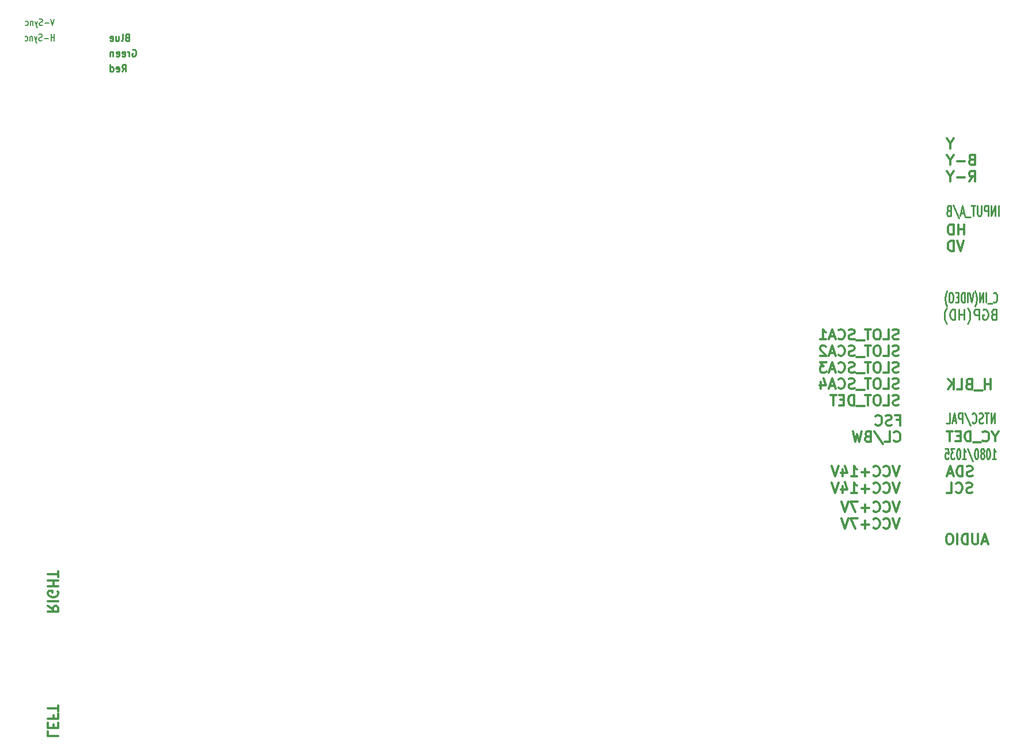
<source format=gbo>
G04 #@! TF.GenerationSoftware,KiCad,Pcbnew,6.0.2+dfsg-1*
G04 #@! TF.CreationDate,2024-08-10T18:00:16+02:00*
G04 #@! TF.ProjectId,rgb-board,7267622d-626f-4617-9264-2e6b69636164,rev?*
G04 #@! TF.SameCoordinates,Original*
G04 #@! TF.FileFunction,Legend,Bot*
G04 #@! TF.FilePolarity,Positive*
%FSLAX46Y46*%
G04 Gerber Fmt 4.6, Leading zero omitted, Abs format (unit mm)*
G04 Created by KiCad (PCBNEW 6.0.2+dfsg-1) date 2024-08-10 18:00:16*
%MOMM*%
%LPD*%
G01*
G04 APERTURE LIST*
%ADD10C,0.225000*%
%ADD11C,0.300000*%
%ADD12C,0.250000*%
%ADD13C,0.200000*%
%ADD14C,3.600000*%
%ADD15R,3.200000X2.500000*%
%ADD16R,3.100000X2.500000*%
%ADD17C,2.000000*%
%ADD18R,1.700000X1.700000*%
%ADD19O,1.700000X1.700000*%
%ADD20O,4.204000X2.820000*%
%ADD21O,2.820000X4.204000*%
%ADD22O,2.204000X3.204000*%
%ADD23C,1.676400*%
%ADD24C,5.080000*%
%ADD25R,2.000000X2.000000*%
G04 APERTURE END LIST*
D10*
X226260535Y-111178571D02*
X226774821Y-111178571D01*
X226517678Y-111178571D02*
X226517678Y-109678571D01*
X226603392Y-109892857D01*
X226689107Y-110035714D01*
X226774821Y-110107142D01*
X225703392Y-109678571D02*
X225617678Y-109678571D01*
X225531964Y-109750000D01*
X225489107Y-109821428D01*
X225446250Y-109964285D01*
X225403392Y-110250000D01*
X225403392Y-110607142D01*
X225446250Y-110892857D01*
X225489107Y-111035714D01*
X225531964Y-111107142D01*
X225617678Y-111178571D01*
X225703392Y-111178571D01*
X225789107Y-111107142D01*
X225831964Y-111035714D01*
X225874821Y-110892857D01*
X225917678Y-110607142D01*
X225917678Y-110250000D01*
X225874821Y-109964285D01*
X225831964Y-109821428D01*
X225789107Y-109750000D01*
X225703392Y-109678571D01*
X224889107Y-110321428D02*
X224974821Y-110250000D01*
X225017678Y-110178571D01*
X225060535Y-110035714D01*
X225060535Y-109964285D01*
X225017678Y-109821428D01*
X224974821Y-109750000D01*
X224889107Y-109678571D01*
X224717678Y-109678571D01*
X224631964Y-109750000D01*
X224589107Y-109821428D01*
X224546250Y-109964285D01*
X224546250Y-110035714D01*
X224589107Y-110178571D01*
X224631964Y-110250000D01*
X224717678Y-110321428D01*
X224889107Y-110321428D01*
X224974821Y-110392857D01*
X225017678Y-110464285D01*
X225060535Y-110607142D01*
X225060535Y-110892857D01*
X225017678Y-111035714D01*
X224974821Y-111107142D01*
X224889107Y-111178571D01*
X224717678Y-111178571D01*
X224631964Y-111107142D01*
X224589107Y-111035714D01*
X224546250Y-110892857D01*
X224546250Y-110607142D01*
X224589107Y-110464285D01*
X224631964Y-110392857D01*
X224717678Y-110321428D01*
X223989107Y-109678571D02*
X223903392Y-109678571D01*
X223817678Y-109750000D01*
X223774821Y-109821428D01*
X223731964Y-109964285D01*
X223689107Y-110250000D01*
X223689107Y-110607142D01*
X223731964Y-110892857D01*
X223774821Y-111035714D01*
X223817678Y-111107142D01*
X223903392Y-111178571D01*
X223989107Y-111178571D01*
X224074821Y-111107142D01*
X224117678Y-111035714D01*
X224160535Y-110892857D01*
X224203392Y-110607142D01*
X224203392Y-110250000D01*
X224160535Y-109964285D01*
X224117678Y-109821428D01*
X224074821Y-109750000D01*
X223989107Y-109678571D01*
X222660535Y-109607142D02*
X223431964Y-111535714D01*
X221889107Y-111178571D02*
X222403392Y-111178571D01*
X222146250Y-111178571D02*
X222146250Y-109678571D01*
X222231964Y-109892857D01*
X222317678Y-110035714D01*
X222403392Y-110107142D01*
X221331964Y-109678571D02*
X221246250Y-109678571D01*
X221160535Y-109750000D01*
X221117678Y-109821428D01*
X221074821Y-109964285D01*
X221031964Y-110250000D01*
X221031964Y-110607142D01*
X221074821Y-110892857D01*
X221117678Y-111035714D01*
X221160535Y-111107142D01*
X221246250Y-111178571D01*
X221331964Y-111178571D01*
X221417678Y-111107142D01*
X221460535Y-111035714D01*
X221503392Y-110892857D01*
X221546250Y-110607142D01*
X221546250Y-110250000D01*
X221503392Y-109964285D01*
X221460535Y-109821428D01*
X221417678Y-109750000D01*
X221331964Y-109678571D01*
X220731964Y-109678571D02*
X220174821Y-109678571D01*
X220474821Y-110250000D01*
X220346250Y-110250000D01*
X220260535Y-110321428D01*
X220217678Y-110392857D01*
X220174821Y-110535714D01*
X220174821Y-110892857D01*
X220217678Y-111035714D01*
X220260535Y-111107142D01*
X220346250Y-111178571D01*
X220603392Y-111178571D01*
X220689107Y-111107142D01*
X220731964Y-111035714D01*
X219360535Y-109678571D02*
X219789107Y-109678571D01*
X219831964Y-110392857D01*
X219789107Y-110321428D01*
X219703392Y-110250000D01*
X219489107Y-110250000D01*
X219403392Y-110321428D01*
X219360535Y-110392857D01*
X219317678Y-110535714D01*
X219317678Y-110892857D01*
X219360535Y-111035714D01*
X219403392Y-111107142D01*
X219489107Y-111178571D01*
X219703392Y-111178571D01*
X219789107Y-111107142D01*
X219831964Y-111035714D01*
D11*
X87459428Y-132750000D02*
X88173714Y-133250000D01*
X87459428Y-133607142D02*
X88959428Y-133607142D01*
X88959428Y-133035714D01*
X88888000Y-132892857D01*
X88816571Y-132821428D01*
X88673714Y-132750000D01*
X88459428Y-132750000D01*
X88316571Y-132821428D01*
X88245142Y-132892857D01*
X88173714Y-133035714D01*
X88173714Y-133607142D01*
X87459428Y-132107142D02*
X88959428Y-132107142D01*
X88888000Y-130607142D02*
X88959428Y-130750000D01*
X88959428Y-130964285D01*
X88888000Y-131178571D01*
X88745142Y-131321428D01*
X88602285Y-131392857D01*
X88316571Y-131464285D01*
X88102285Y-131464285D01*
X87816571Y-131392857D01*
X87673714Y-131321428D01*
X87530857Y-131178571D01*
X87459428Y-130964285D01*
X87459428Y-130821428D01*
X87530857Y-130607142D01*
X87602285Y-130535714D01*
X88102285Y-130535714D01*
X88102285Y-130821428D01*
X87459428Y-129892857D02*
X88959428Y-129892857D01*
X88245142Y-129892857D02*
X88245142Y-129035714D01*
X87459428Y-129035714D02*
X88959428Y-129035714D01*
X88959428Y-128535714D02*
X88959428Y-127678571D01*
X87459428Y-128107142D02*
X88959428Y-128107142D01*
D12*
X98307928Y-54202380D02*
X98641261Y-53726190D01*
X98879357Y-54202380D02*
X98879357Y-53202380D01*
X98498404Y-53202380D01*
X98403166Y-53250000D01*
X98355547Y-53297619D01*
X98307928Y-53392857D01*
X98307928Y-53535714D01*
X98355547Y-53630952D01*
X98403166Y-53678571D01*
X98498404Y-53726190D01*
X98879357Y-53726190D01*
X97498404Y-54154761D02*
X97593642Y-54202380D01*
X97784119Y-54202380D01*
X97879357Y-54154761D01*
X97926976Y-54059523D01*
X97926976Y-53678571D01*
X97879357Y-53583333D01*
X97784119Y-53535714D01*
X97593642Y-53535714D01*
X97498404Y-53583333D01*
X97450785Y-53678571D01*
X97450785Y-53773809D01*
X97926976Y-53869047D01*
X96593642Y-54202380D02*
X96593642Y-53202380D01*
X96593642Y-54154761D02*
X96688880Y-54202380D01*
X96879357Y-54202380D01*
X96974595Y-54154761D01*
X97022214Y-54107142D01*
X97069833Y-54011904D01*
X97069833Y-53726190D01*
X97022214Y-53630952D01*
X96974595Y-53583333D01*
X96879357Y-53535714D01*
X96688880Y-53535714D01*
X96593642Y-53583333D01*
D13*
X88350785Y-49702380D02*
X88350785Y-48702380D01*
X88350785Y-49178571D02*
X87893642Y-49178571D01*
X87893642Y-49702380D02*
X87893642Y-48702380D01*
X87512690Y-49321428D02*
X86903166Y-49321428D01*
X86560309Y-49654761D02*
X86446023Y-49702380D01*
X86255547Y-49702380D01*
X86179357Y-49654761D01*
X86141261Y-49607142D01*
X86103166Y-49511904D01*
X86103166Y-49416666D01*
X86141261Y-49321428D01*
X86179357Y-49273809D01*
X86255547Y-49226190D01*
X86407928Y-49178571D01*
X86484119Y-49130952D01*
X86522214Y-49083333D01*
X86560309Y-48988095D01*
X86560309Y-48892857D01*
X86522214Y-48797619D01*
X86484119Y-48750000D01*
X86407928Y-48702380D01*
X86217452Y-48702380D01*
X86103166Y-48750000D01*
X85836500Y-49035714D02*
X85646023Y-49702380D01*
X85455547Y-49035714D02*
X85646023Y-49702380D01*
X85722214Y-49940476D01*
X85760309Y-49988095D01*
X85836500Y-50035714D01*
X85150785Y-49035714D02*
X85150785Y-49702380D01*
X85150785Y-49130952D02*
X85112690Y-49083333D01*
X85036500Y-49035714D01*
X84922214Y-49035714D01*
X84846023Y-49083333D01*
X84807928Y-49178571D01*
X84807928Y-49702380D01*
X84084119Y-49654761D02*
X84160309Y-49702380D01*
X84312690Y-49702380D01*
X84388880Y-49654761D01*
X84426976Y-49607142D01*
X84465071Y-49511904D01*
X84465071Y-49226190D01*
X84426976Y-49130952D01*
X84388880Y-49083333D01*
X84312690Y-49035714D01*
X84160309Y-49035714D01*
X84084119Y-49083333D01*
D12*
X99843642Y-51000000D02*
X99938880Y-50952380D01*
X100081738Y-50952380D01*
X100224595Y-51000000D01*
X100319833Y-51095238D01*
X100367452Y-51190476D01*
X100415071Y-51380952D01*
X100415071Y-51523809D01*
X100367452Y-51714285D01*
X100319833Y-51809523D01*
X100224595Y-51904761D01*
X100081738Y-51952380D01*
X99986500Y-51952380D01*
X99843642Y-51904761D01*
X99796023Y-51857142D01*
X99796023Y-51523809D01*
X99986500Y-51523809D01*
X99367452Y-51952380D02*
X99367452Y-51285714D01*
X99367452Y-51476190D02*
X99319833Y-51380952D01*
X99272214Y-51333333D01*
X99176976Y-51285714D01*
X99081738Y-51285714D01*
X98367452Y-51904761D02*
X98462690Y-51952380D01*
X98653166Y-51952380D01*
X98748404Y-51904761D01*
X98796023Y-51809523D01*
X98796023Y-51428571D01*
X98748404Y-51333333D01*
X98653166Y-51285714D01*
X98462690Y-51285714D01*
X98367452Y-51333333D01*
X98319833Y-51428571D01*
X98319833Y-51523809D01*
X98796023Y-51619047D01*
X97510309Y-51904761D02*
X97605547Y-51952380D01*
X97796023Y-51952380D01*
X97891261Y-51904761D01*
X97938880Y-51809523D01*
X97938880Y-51428571D01*
X97891261Y-51333333D01*
X97796023Y-51285714D01*
X97605547Y-51285714D01*
X97510309Y-51333333D01*
X97462690Y-51428571D01*
X97462690Y-51523809D01*
X97938880Y-51619047D01*
X97034119Y-51285714D02*
X97034119Y-51952380D01*
X97034119Y-51380952D02*
X96986500Y-51333333D01*
X96891261Y-51285714D01*
X96748404Y-51285714D01*
X96653166Y-51333333D01*
X96605547Y-51428571D01*
X96605547Y-51952380D01*
D10*
X226431964Y-88035714D02*
X226474821Y-88107142D01*
X226603392Y-88178571D01*
X226689107Y-88178571D01*
X226817678Y-88107142D01*
X226903392Y-87964285D01*
X226946250Y-87821428D01*
X226989107Y-87535714D01*
X226989107Y-87321428D01*
X226946250Y-87035714D01*
X226903392Y-86892857D01*
X226817678Y-86750000D01*
X226689107Y-86678571D01*
X226603392Y-86678571D01*
X226474821Y-86750000D01*
X226431964Y-86821428D01*
X226260535Y-88321428D02*
X225574821Y-88321428D01*
X225360535Y-88178571D02*
X225360535Y-86678571D01*
X224931964Y-88178571D02*
X224931964Y-86678571D01*
X224417678Y-88178571D01*
X224417678Y-86678571D01*
X223731964Y-88750000D02*
X223774821Y-88678571D01*
X223860535Y-88464285D01*
X223903392Y-88321428D01*
X223946250Y-88107142D01*
X223989107Y-87750000D01*
X223989107Y-87464285D01*
X223946250Y-87107142D01*
X223903392Y-86892857D01*
X223860535Y-86750000D01*
X223774821Y-86535714D01*
X223731964Y-86464285D01*
X223517678Y-86678571D02*
X223217678Y-88178571D01*
X222917678Y-86678571D01*
X222617678Y-88178571D02*
X222617678Y-86678571D01*
X222189107Y-88178571D02*
X222189107Y-86678571D01*
X221974821Y-86678571D01*
X221846250Y-86750000D01*
X221760535Y-86892857D01*
X221717678Y-87035714D01*
X221674821Y-87321428D01*
X221674821Y-87535714D01*
X221717678Y-87821428D01*
X221760535Y-87964285D01*
X221846250Y-88107142D01*
X221974821Y-88178571D01*
X222189107Y-88178571D01*
X221289107Y-87392857D02*
X220989107Y-87392857D01*
X220860535Y-88178571D02*
X221289107Y-88178571D01*
X221289107Y-86678571D01*
X220860535Y-86678571D01*
X220303392Y-86678571D02*
X220131964Y-86678571D01*
X220046250Y-86750000D01*
X219960535Y-86892857D01*
X219917678Y-87178571D01*
X219917678Y-87678571D01*
X219960535Y-87964285D01*
X220046250Y-88107142D01*
X220131964Y-88178571D01*
X220303392Y-88178571D01*
X220389107Y-88107142D01*
X220474821Y-87964285D01*
X220517678Y-87678571D01*
X220517678Y-87178571D01*
X220474821Y-86892857D01*
X220389107Y-86750000D01*
X220303392Y-86678571D01*
X219617678Y-88750000D02*
X219574821Y-88678571D01*
X219489107Y-88464285D01*
X219446250Y-88321428D01*
X219403392Y-88107142D01*
X219360535Y-87750000D01*
X219360535Y-87464285D01*
X219403392Y-87107142D01*
X219446250Y-86892857D01*
X219489107Y-86750000D01*
X219574821Y-86535714D01*
X219617678Y-86464285D01*
D11*
X223373571Y-113649642D02*
X223159285Y-113721071D01*
X222802142Y-113721071D01*
X222659285Y-113649642D01*
X222587857Y-113578214D01*
X222516428Y-113435357D01*
X222516428Y-113292500D01*
X222587857Y-113149642D01*
X222659285Y-113078214D01*
X222802142Y-113006785D01*
X223087857Y-112935357D01*
X223230714Y-112863928D01*
X223302142Y-112792500D01*
X223373571Y-112649642D01*
X223373571Y-112506785D01*
X223302142Y-112363928D01*
X223230714Y-112292500D01*
X223087857Y-112221071D01*
X222730714Y-112221071D01*
X222516428Y-112292500D01*
X221873571Y-113721071D02*
X221873571Y-112221071D01*
X221516428Y-112221071D01*
X221302142Y-112292500D01*
X221159285Y-112435357D01*
X221087857Y-112578214D01*
X221016428Y-112863928D01*
X221016428Y-113078214D01*
X221087857Y-113363928D01*
X221159285Y-113506785D01*
X221302142Y-113649642D01*
X221516428Y-113721071D01*
X221873571Y-113721071D01*
X220445000Y-113292500D02*
X219730714Y-113292500D01*
X220587857Y-113721071D02*
X220087857Y-112221071D01*
X219587857Y-113721071D01*
X223302142Y-116064642D02*
X223087857Y-116136071D01*
X222730714Y-116136071D01*
X222587857Y-116064642D01*
X222516428Y-115993214D01*
X222445000Y-115850357D01*
X222445000Y-115707500D01*
X222516428Y-115564642D01*
X222587857Y-115493214D01*
X222730714Y-115421785D01*
X223016428Y-115350357D01*
X223159285Y-115278928D01*
X223230714Y-115207500D01*
X223302142Y-115064642D01*
X223302142Y-114921785D01*
X223230714Y-114778928D01*
X223159285Y-114707500D01*
X223016428Y-114636071D01*
X222659285Y-114636071D01*
X222445000Y-114707500D01*
X220945000Y-115993214D02*
X221016428Y-116064642D01*
X221230714Y-116136071D01*
X221373571Y-116136071D01*
X221587857Y-116064642D01*
X221730714Y-115921785D01*
X221802142Y-115778928D01*
X221873571Y-115493214D01*
X221873571Y-115278928D01*
X221802142Y-114993214D01*
X221730714Y-114850357D01*
X221587857Y-114707500D01*
X221373571Y-114636071D01*
X221230714Y-114636071D01*
X221016428Y-114707500D01*
X220945000Y-114778928D01*
X219587857Y-116136071D02*
X220302142Y-116136071D01*
X220302142Y-114636071D01*
X222159285Y-78178571D02*
X222159285Y-76678571D01*
X222159285Y-77392857D02*
X221302142Y-77392857D01*
X221302142Y-78178571D02*
X221302142Y-76678571D01*
X220587857Y-78178571D02*
X220587857Y-76678571D01*
X220230714Y-76678571D01*
X220016428Y-76750000D01*
X219873571Y-76892857D01*
X219802142Y-77035714D01*
X219730714Y-77321428D01*
X219730714Y-77535714D01*
X219802142Y-77821428D01*
X219873571Y-77964285D01*
X220016428Y-78107142D01*
X220230714Y-78178571D01*
X220587857Y-78178571D01*
X222087857Y-79093571D02*
X221587857Y-80593571D01*
X221087857Y-79093571D01*
X220587857Y-80593571D02*
X220587857Y-79093571D01*
X220230714Y-79093571D01*
X220016428Y-79165000D01*
X219873571Y-79307857D01*
X219802142Y-79450714D01*
X219730714Y-79736428D01*
X219730714Y-79950714D01*
X219802142Y-80236428D01*
X219873571Y-80379285D01*
X220016428Y-80522142D01*
X220230714Y-80593571D01*
X220587857Y-80593571D01*
X212662142Y-117471071D02*
X212162142Y-118971071D01*
X211662142Y-117471071D01*
X210305000Y-118828214D02*
X210376428Y-118899642D01*
X210590714Y-118971071D01*
X210733571Y-118971071D01*
X210947857Y-118899642D01*
X211090714Y-118756785D01*
X211162142Y-118613928D01*
X211233571Y-118328214D01*
X211233571Y-118113928D01*
X211162142Y-117828214D01*
X211090714Y-117685357D01*
X210947857Y-117542500D01*
X210733571Y-117471071D01*
X210590714Y-117471071D01*
X210376428Y-117542500D01*
X210305000Y-117613928D01*
X208805000Y-118828214D02*
X208876428Y-118899642D01*
X209090714Y-118971071D01*
X209233571Y-118971071D01*
X209447857Y-118899642D01*
X209590714Y-118756785D01*
X209662142Y-118613928D01*
X209733571Y-118328214D01*
X209733571Y-118113928D01*
X209662142Y-117828214D01*
X209590714Y-117685357D01*
X209447857Y-117542500D01*
X209233571Y-117471071D01*
X209090714Y-117471071D01*
X208876428Y-117542500D01*
X208805000Y-117613928D01*
X208162142Y-118399642D02*
X207019285Y-118399642D01*
X207590714Y-118971071D02*
X207590714Y-117828214D01*
X206447857Y-117471071D02*
X205447857Y-117471071D01*
X206090714Y-118971071D01*
X205090714Y-117471071D02*
X204590714Y-118971071D01*
X204090714Y-117471071D01*
X212662142Y-119886071D02*
X212162142Y-121386071D01*
X211662142Y-119886071D01*
X210305000Y-121243214D02*
X210376428Y-121314642D01*
X210590714Y-121386071D01*
X210733571Y-121386071D01*
X210947857Y-121314642D01*
X211090714Y-121171785D01*
X211162142Y-121028928D01*
X211233571Y-120743214D01*
X211233571Y-120528928D01*
X211162142Y-120243214D01*
X211090714Y-120100357D01*
X210947857Y-119957500D01*
X210733571Y-119886071D01*
X210590714Y-119886071D01*
X210376428Y-119957500D01*
X210305000Y-120028928D01*
X208805000Y-121243214D02*
X208876428Y-121314642D01*
X209090714Y-121386071D01*
X209233571Y-121386071D01*
X209447857Y-121314642D01*
X209590714Y-121171785D01*
X209662142Y-121028928D01*
X209733571Y-120743214D01*
X209733571Y-120528928D01*
X209662142Y-120243214D01*
X209590714Y-120100357D01*
X209447857Y-119957500D01*
X209233571Y-119886071D01*
X209090714Y-119886071D01*
X208876428Y-119957500D01*
X208805000Y-120028928D01*
X208162142Y-120814642D02*
X207019285Y-120814642D01*
X207590714Y-121386071D02*
X207590714Y-120243214D01*
X206447857Y-119886071D02*
X205447857Y-119886071D01*
X206090714Y-121386071D01*
X205090714Y-119886071D02*
X204590714Y-121386071D01*
X204090714Y-119886071D01*
D12*
X226464880Y-89892857D02*
X226279166Y-89964285D01*
X226217261Y-90035714D01*
X226155357Y-90178571D01*
X226155357Y-90392857D01*
X226217261Y-90535714D01*
X226279166Y-90607142D01*
X226402976Y-90678571D01*
X226898214Y-90678571D01*
X226898214Y-89178571D01*
X226464880Y-89178571D01*
X226341071Y-89250000D01*
X226279166Y-89321428D01*
X226217261Y-89464285D01*
X226217261Y-89607142D01*
X226279166Y-89750000D01*
X226341071Y-89821428D01*
X226464880Y-89892857D01*
X226898214Y-89892857D01*
X224917261Y-89250000D02*
X225041071Y-89178571D01*
X225226785Y-89178571D01*
X225412500Y-89250000D01*
X225536309Y-89392857D01*
X225598214Y-89535714D01*
X225660119Y-89821428D01*
X225660119Y-90035714D01*
X225598214Y-90321428D01*
X225536309Y-90464285D01*
X225412500Y-90607142D01*
X225226785Y-90678571D01*
X225102976Y-90678571D01*
X224917261Y-90607142D01*
X224855357Y-90535714D01*
X224855357Y-90035714D01*
X225102976Y-90035714D01*
X224298214Y-90678571D02*
X224298214Y-89178571D01*
X223802976Y-89178571D01*
X223679166Y-89250000D01*
X223617261Y-89321428D01*
X223555357Y-89464285D01*
X223555357Y-89678571D01*
X223617261Y-89821428D01*
X223679166Y-89892857D01*
X223802976Y-89964285D01*
X224298214Y-89964285D01*
X222626785Y-91250000D02*
X222688690Y-91178571D01*
X222812500Y-90964285D01*
X222874404Y-90821428D01*
X222936309Y-90607142D01*
X222998214Y-90250000D01*
X222998214Y-89964285D01*
X222936309Y-89607142D01*
X222874404Y-89392857D01*
X222812500Y-89250000D01*
X222688690Y-89035714D01*
X222626785Y-88964285D01*
X222131547Y-90678571D02*
X222131547Y-89178571D01*
X222131547Y-89892857D02*
X221388690Y-89892857D01*
X221388690Y-90678571D02*
X221388690Y-89178571D01*
X220769642Y-90678571D02*
X220769642Y-89178571D01*
X220460119Y-89178571D01*
X220274404Y-89250000D01*
X220150595Y-89392857D01*
X220088690Y-89535714D01*
X220026785Y-89821428D01*
X220026785Y-90035714D01*
X220088690Y-90321428D01*
X220150595Y-90464285D01*
X220274404Y-90607142D01*
X220460119Y-90678571D01*
X220769642Y-90678571D01*
X219593452Y-91250000D02*
X219531547Y-91178571D01*
X219407738Y-90964285D01*
X219345833Y-90821428D01*
X219283928Y-90607142D01*
X219222023Y-90250000D01*
X219222023Y-89964285D01*
X219283928Y-89607142D01*
X219345833Y-89392857D01*
X219407738Y-89250000D01*
X219531547Y-89035714D01*
X219593452Y-88964285D01*
D11*
X220087857Y-64799285D02*
X220087857Y-65513571D01*
X220587857Y-64013571D02*
X220087857Y-64799285D01*
X219587857Y-64013571D01*
X223230714Y-67142857D02*
X223016428Y-67214285D01*
X222945000Y-67285714D01*
X222873571Y-67428571D01*
X222873571Y-67642857D01*
X222945000Y-67785714D01*
X223016428Y-67857142D01*
X223159285Y-67928571D01*
X223730714Y-67928571D01*
X223730714Y-66428571D01*
X223230714Y-66428571D01*
X223087857Y-66500000D01*
X223016428Y-66571428D01*
X222945000Y-66714285D01*
X222945000Y-66857142D01*
X223016428Y-67000000D01*
X223087857Y-67071428D01*
X223230714Y-67142857D01*
X223730714Y-67142857D01*
X222230714Y-67357142D02*
X221087857Y-67357142D01*
X220087857Y-67214285D02*
X220087857Y-67928571D01*
X220587857Y-66428571D02*
X220087857Y-67214285D01*
X219587857Y-66428571D01*
X222873571Y-70343571D02*
X223373571Y-69629285D01*
X223730714Y-70343571D02*
X223730714Y-68843571D01*
X223159285Y-68843571D01*
X223016428Y-68915000D01*
X222945000Y-68986428D01*
X222873571Y-69129285D01*
X222873571Y-69343571D01*
X222945000Y-69486428D01*
X223016428Y-69557857D01*
X223159285Y-69629285D01*
X223730714Y-69629285D01*
X222230714Y-69772142D02*
X221087857Y-69772142D01*
X220087857Y-69629285D02*
X220087857Y-70343571D01*
X220587857Y-68843571D02*
X220087857Y-69629285D01*
X219587857Y-68843571D01*
X212519285Y-93527142D02*
X212305000Y-93598571D01*
X211947857Y-93598571D01*
X211805000Y-93527142D01*
X211733571Y-93455714D01*
X211662142Y-93312857D01*
X211662142Y-93170000D01*
X211733571Y-93027142D01*
X211805000Y-92955714D01*
X211947857Y-92884285D01*
X212233571Y-92812857D01*
X212376428Y-92741428D01*
X212447857Y-92670000D01*
X212519285Y-92527142D01*
X212519285Y-92384285D01*
X212447857Y-92241428D01*
X212376428Y-92170000D01*
X212233571Y-92098571D01*
X211876428Y-92098571D01*
X211662142Y-92170000D01*
X210305000Y-93598571D02*
X211019285Y-93598571D01*
X211019285Y-92098571D01*
X209519285Y-92098571D02*
X209233571Y-92098571D01*
X209090714Y-92170000D01*
X208947857Y-92312857D01*
X208876428Y-92598571D01*
X208876428Y-93098571D01*
X208947857Y-93384285D01*
X209090714Y-93527142D01*
X209233571Y-93598571D01*
X209519285Y-93598571D01*
X209662142Y-93527142D01*
X209805000Y-93384285D01*
X209876428Y-93098571D01*
X209876428Y-92598571D01*
X209805000Y-92312857D01*
X209662142Y-92170000D01*
X209519285Y-92098571D01*
X208447857Y-92098571D02*
X207590714Y-92098571D01*
X208019285Y-93598571D02*
X208019285Y-92098571D01*
X207447857Y-93741428D02*
X206305000Y-93741428D01*
X206019285Y-93527142D02*
X205805000Y-93598571D01*
X205447857Y-93598571D01*
X205305000Y-93527142D01*
X205233571Y-93455714D01*
X205162142Y-93312857D01*
X205162142Y-93170000D01*
X205233571Y-93027142D01*
X205305000Y-92955714D01*
X205447857Y-92884285D01*
X205733571Y-92812857D01*
X205876428Y-92741428D01*
X205947857Y-92670000D01*
X206019285Y-92527142D01*
X206019285Y-92384285D01*
X205947857Y-92241428D01*
X205876428Y-92170000D01*
X205733571Y-92098571D01*
X205376428Y-92098571D01*
X205162142Y-92170000D01*
X203662142Y-93455714D02*
X203733571Y-93527142D01*
X203947857Y-93598571D01*
X204090714Y-93598571D01*
X204305000Y-93527142D01*
X204447857Y-93384285D01*
X204519285Y-93241428D01*
X204590714Y-92955714D01*
X204590714Y-92741428D01*
X204519285Y-92455714D01*
X204447857Y-92312857D01*
X204305000Y-92170000D01*
X204090714Y-92098571D01*
X203947857Y-92098571D01*
X203733571Y-92170000D01*
X203662142Y-92241428D01*
X203090714Y-93170000D02*
X202376428Y-93170000D01*
X203233571Y-93598571D02*
X202733571Y-92098571D01*
X202233571Y-93598571D01*
X200947857Y-93598571D02*
X201805000Y-93598571D01*
X201376428Y-93598571D02*
X201376428Y-92098571D01*
X201519285Y-92312857D01*
X201662142Y-92455714D01*
X201805000Y-92527142D01*
X212519285Y-95942142D02*
X212305000Y-96013571D01*
X211947857Y-96013571D01*
X211805000Y-95942142D01*
X211733571Y-95870714D01*
X211662142Y-95727857D01*
X211662142Y-95585000D01*
X211733571Y-95442142D01*
X211805000Y-95370714D01*
X211947857Y-95299285D01*
X212233571Y-95227857D01*
X212376428Y-95156428D01*
X212447857Y-95085000D01*
X212519285Y-94942142D01*
X212519285Y-94799285D01*
X212447857Y-94656428D01*
X212376428Y-94585000D01*
X212233571Y-94513571D01*
X211876428Y-94513571D01*
X211662142Y-94585000D01*
X210305000Y-96013571D02*
X211019285Y-96013571D01*
X211019285Y-94513571D01*
X209519285Y-94513571D02*
X209233571Y-94513571D01*
X209090714Y-94585000D01*
X208947857Y-94727857D01*
X208876428Y-95013571D01*
X208876428Y-95513571D01*
X208947857Y-95799285D01*
X209090714Y-95942142D01*
X209233571Y-96013571D01*
X209519285Y-96013571D01*
X209662142Y-95942142D01*
X209805000Y-95799285D01*
X209876428Y-95513571D01*
X209876428Y-95013571D01*
X209805000Y-94727857D01*
X209662142Y-94585000D01*
X209519285Y-94513571D01*
X208447857Y-94513571D02*
X207590714Y-94513571D01*
X208019285Y-96013571D02*
X208019285Y-94513571D01*
X207447857Y-96156428D02*
X206305000Y-96156428D01*
X206019285Y-95942142D02*
X205805000Y-96013571D01*
X205447857Y-96013571D01*
X205305000Y-95942142D01*
X205233571Y-95870714D01*
X205162142Y-95727857D01*
X205162142Y-95585000D01*
X205233571Y-95442142D01*
X205305000Y-95370714D01*
X205447857Y-95299285D01*
X205733571Y-95227857D01*
X205876428Y-95156428D01*
X205947857Y-95085000D01*
X206019285Y-94942142D01*
X206019285Y-94799285D01*
X205947857Y-94656428D01*
X205876428Y-94585000D01*
X205733571Y-94513571D01*
X205376428Y-94513571D01*
X205162142Y-94585000D01*
X203662142Y-95870714D02*
X203733571Y-95942142D01*
X203947857Y-96013571D01*
X204090714Y-96013571D01*
X204305000Y-95942142D01*
X204447857Y-95799285D01*
X204519285Y-95656428D01*
X204590714Y-95370714D01*
X204590714Y-95156428D01*
X204519285Y-94870714D01*
X204447857Y-94727857D01*
X204305000Y-94585000D01*
X204090714Y-94513571D01*
X203947857Y-94513571D01*
X203733571Y-94585000D01*
X203662142Y-94656428D01*
X203090714Y-95585000D02*
X202376428Y-95585000D01*
X203233571Y-96013571D02*
X202733571Y-94513571D01*
X202233571Y-96013571D01*
X201805000Y-94656428D02*
X201733571Y-94585000D01*
X201590714Y-94513571D01*
X201233571Y-94513571D01*
X201090714Y-94585000D01*
X201019285Y-94656428D01*
X200947857Y-94799285D01*
X200947857Y-94942142D01*
X201019285Y-95156428D01*
X201876428Y-96013571D01*
X200947857Y-96013571D01*
X212519285Y-98357142D02*
X212305000Y-98428571D01*
X211947857Y-98428571D01*
X211805000Y-98357142D01*
X211733571Y-98285714D01*
X211662142Y-98142857D01*
X211662142Y-98000000D01*
X211733571Y-97857142D01*
X211805000Y-97785714D01*
X211947857Y-97714285D01*
X212233571Y-97642857D01*
X212376428Y-97571428D01*
X212447857Y-97500000D01*
X212519285Y-97357142D01*
X212519285Y-97214285D01*
X212447857Y-97071428D01*
X212376428Y-97000000D01*
X212233571Y-96928571D01*
X211876428Y-96928571D01*
X211662142Y-97000000D01*
X210305000Y-98428571D02*
X211019285Y-98428571D01*
X211019285Y-96928571D01*
X209519285Y-96928571D02*
X209233571Y-96928571D01*
X209090714Y-97000000D01*
X208947857Y-97142857D01*
X208876428Y-97428571D01*
X208876428Y-97928571D01*
X208947857Y-98214285D01*
X209090714Y-98357142D01*
X209233571Y-98428571D01*
X209519285Y-98428571D01*
X209662142Y-98357142D01*
X209805000Y-98214285D01*
X209876428Y-97928571D01*
X209876428Y-97428571D01*
X209805000Y-97142857D01*
X209662142Y-97000000D01*
X209519285Y-96928571D01*
X208447857Y-96928571D02*
X207590714Y-96928571D01*
X208019285Y-98428571D02*
X208019285Y-96928571D01*
X207447857Y-98571428D02*
X206305000Y-98571428D01*
X206019285Y-98357142D02*
X205805000Y-98428571D01*
X205447857Y-98428571D01*
X205305000Y-98357142D01*
X205233571Y-98285714D01*
X205162142Y-98142857D01*
X205162142Y-98000000D01*
X205233571Y-97857142D01*
X205305000Y-97785714D01*
X205447857Y-97714285D01*
X205733571Y-97642857D01*
X205876428Y-97571428D01*
X205947857Y-97500000D01*
X206019285Y-97357142D01*
X206019285Y-97214285D01*
X205947857Y-97071428D01*
X205876428Y-97000000D01*
X205733571Y-96928571D01*
X205376428Y-96928571D01*
X205162142Y-97000000D01*
X203662142Y-98285714D02*
X203733571Y-98357142D01*
X203947857Y-98428571D01*
X204090714Y-98428571D01*
X204305000Y-98357142D01*
X204447857Y-98214285D01*
X204519285Y-98071428D01*
X204590714Y-97785714D01*
X204590714Y-97571428D01*
X204519285Y-97285714D01*
X204447857Y-97142857D01*
X204305000Y-97000000D01*
X204090714Y-96928571D01*
X203947857Y-96928571D01*
X203733571Y-97000000D01*
X203662142Y-97071428D01*
X203090714Y-98000000D02*
X202376428Y-98000000D01*
X203233571Y-98428571D02*
X202733571Y-96928571D01*
X202233571Y-98428571D01*
X201876428Y-96928571D02*
X200947857Y-96928571D01*
X201447857Y-97500000D01*
X201233571Y-97500000D01*
X201090714Y-97571428D01*
X201019285Y-97642857D01*
X200947857Y-97785714D01*
X200947857Y-98142857D01*
X201019285Y-98285714D01*
X201090714Y-98357142D01*
X201233571Y-98428571D01*
X201662142Y-98428571D01*
X201805000Y-98357142D01*
X201876428Y-98285714D01*
X212519285Y-100772142D02*
X212305000Y-100843571D01*
X211947857Y-100843571D01*
X211805000Y-100772142D01*
X211733571Y-100700714D01*
X211662142Y-100557857D01*
X211662142Y-100415000D01*
X211733571Y-100272142D01*
X211805000Y-100200714D01*
X211947857Y-100129285D01*
X212233571Y-100057857D01*
X212376428Y-99986428D01*
X212447857Y-99915000D01*
X212519285Y-99772142D01*
X212519285Y-99629285D01*
X212447857Y-99486428D01*
X212376428Y-99415000D01*
X212233571Y-99343571D01*
X211876428Y-99343571D01*
X211662142Y-99415000D01*
X210305000Y-100843571D02*
X211019285Y-100843571D01*
X211019285Y-99343571D01*
X209519285Y-99343571D02*
X209233571Y-99343571D01*
X209090714Y-99415000D01*
X208947857Y-99557857D01*
X208876428Y-99843571D01*
X208876428Y-100343571D01*
X208947857Y-100629285D01*
X209090714Y-100772142D01*
X209233571Y-100843571D01*
X209519285Y-100843571D01*
X209662142Y-100772142D01*
X209805000Y-100629285D01*
X209876428Y-100343571D01*
X209876428Y-99843571D01*
X209805000Y-99557857D01*
X209662142Y-99415000D01*
X209519285Y-99343571D01*
X208447857Y-99343571D02*
X207590714Y-99343571D01*
X208019285Y-100843571D02*
X208019285Y-99343571D01*
X207447857Y-100986428D02*
X206305000Y-100986428D01*
X206019285Y-100772142D02*
X205805000Y-100843571D01*
X205447857Y-100843571D01*
X205305000Y-100772142D01*
X205233571Y-100700714D01*
X205162142Y-100557857D01*
X205162142Y-100415000D01*
X205233571Y-100272142D01*
X205305000Y-100200714D01*
X205447857Y-100129285D01*
X205733571Y-100057857D01*
X205876428Y-99986428D01*
X205947857Y-99915000D01*
X206019285Y-99772142D01*
X206019285Y-99629285D01*
X205947857Y-99486428D01*
X205876428Y-99415000D01*
X205733571Y-99343571D01*
X205376428Y-99343571D01*
X205162142Y-99415000D01*
X203662142Y-100700714D02*
X203733571Y-100772142D01*
X203947857Y-100843571D01*
X204090714Y-100843571D01*
X204305000Y-100772142D01*
X204447857Y-100629285D01*
X204519285Y-100486428D01*
X204590714Y-100200714D01*
X204590714Y-99986428D01*
X204519285Y-99700714D01*
X204447857Y-99557857D01*
X204305000Y-99415000D01*
X204090714Y-99343571D01*
X203947857Y-99343571D01*
X203733571Y-99415000D01*
X203662142Y-99486428D01*
X203090714Y-100415000D02*
X202376428Y-100415000D01*
X203233571Y-100843571D02*
X202733571Y-99343571D01*
X202233571Y-100843571D01*
X201090714Y-99843571D02*
X201090714Y-100843571D01*
X201447857Y-99272142D02*
X201805000Y-100343571D01*
X200876428Y-100343571D01*
X212519285Y-103187142D02*
X212305000Y-103258571D01*
X211947857Y-103258571D01*
X211805000Y-103187142D01*
X211733571Y-103115714D01*
X211662142Y-102972857D01*
X211662142Y-102830000D01*
X211733571Y-102687142D01*
X211805000Y-102615714D01*
X211947857Y-102544285D01*
X212233571Y-102472857D01*
X212376428Y-102401428D01*
X212447857Y-102330000D01*
X212519285Y-102187142D01*
X212519285Y-102044285D01*
X212447857Y-101901428D01*
X212376428Y-101830000D01*
X212233571Y-101758571D01*
X211876428Y-101758571D01*
X211662142Y-101830000D01*
X210305000Y-103258571D02*
X211019285Y-103258571D01*
X211019285Y-101758571D01*
X209519285Y-101758571D02*
X209233571Y-101758571D01*
X209090714Y-101830000D01*
X208947857Y-101972857D01*
X208876428Y-102258571D01*
X208876428Y-102758571D01*
X208947857Y-103044285D01*
X209090714Y-103187142D01*
X209233571Y-103258571D01*
X209519285Y-103258571D01*
X209662142Y-103187142D01*
X209805000Y-103044285D01*
X209876428Y-102758571D01*
X209876428Y-102258571D01*
X209805000Y-101972857D01*
X209662142Y-101830000D01*
X209519285Y-101758571D01*
X208447857Y-101758571D02*
X207590714Y-101758571D01*
X208019285Y-103258571D02*
X208019285Y-101758571D01*
X207447857Y-103401428D02*
X206305000Y-103401428D01*
X205947857Y-103258571D02*
X205947857Y-101758571D01*
X205590714Y-101758571D01*
X205376428Y-101830000D01*
X205233571Y-101972857D01*
X205162142Y-102115714D01*
X205090714Y-102401428D01*
X205090714Y-102615714D01*
X205162142Y-102901428D01*
X205233571Y-103044285D01*
X205376428Y-103187142D01*
X205590714Y-103258571D01*
X205947857Y-103258571D01*
X204447857Y-102472857D02*
X203947857Y-102472857D01*
X203733571Y-103258571D02*
X204447857Y-103258571D01*
X204447857Y-101758571D01*
X203733571Y-101758571D01*
X203305000Y-101758571D02*
X202447857Y-101758571D01*
X202876428Y-103258571D02*
X202876428Y-101758571D01*
X225552142Y-123250000D02*
X224837857Y-123250000D01*
X225695000Y-123678571D02*
X225195000Y-122178571D01*
X224695000Y-123678571D01*
X224195000Y-122178571D02*
X224195000Y-123392857D01*
X224123571Y-123535714D01*
X224052142Y-123607142D01*
X223909285Y-123678571D01*
X223623571Y-123678571D01*
X223480714Y-123607142D01*
X223409285Y-123535714D01*
X223337857Y-123392857D01*
X223337857Y-122178571D01*
X222623571Y-123678571D02*
X222623571Y-122178571D01*
X222266428Y-122178571D01*
X222052142Y-122250000D01*
X221909285Y-122392857D01*
X221837857Y-122535714D01*
X221766428Y-122821428D01*
X221766428Y-123035714D01*
X221837857Y-123321428D01*
X221909285Y-123464285D01*
X222052142Y-123607142D01*
X222266428Y-123678571D01*
X222623571Y-123678571D01*
X221123571Y-123678571D02*
X221123571Y-122178571D01*
X220123571Y-122178571D02*
X219837857Y-122178571D01*
X219695000Y-122250000D01*
X219552142Y-122392857D01*
X219480714Y-122678571D01*
X219480714Y-123178571D01*
X219552142Y-123464285D01*
X219695000Y-123607142D01*
X219837857Y-123678571D01*
X220123571Y-123678571D01*
X220266428Y-123607142D01*
X220409285Y-123464285D01*
X220480714Y-123178571D01*
X220480714Y-122678571D01*
X220409285Y-122392857D01*
X220266428Y-122250000D01*
X220123571Y-122178571D01*
X212662142Y-112221071D02*
X212162142Y-113721071D01*
X211662142Y-112221071D01*
X210305000Y-113578214D02*
X210376428Y-113649642D01*
X210590714Y-113721071D01*
X210733571Y-113721071D01*
X210947857Y-113649642D01*
X211090714Y-113506785D01*
X211162142Y-113363928D01*
X211233571Y-113078214D01*
X211233571Y-112863928D01*
X211162142Y-112578214D01*
X211090714Y-112435357D01*
X210947857Y-112292500D01*
X210733571Y-112221071D01*
X210590714Y-112221071D01*
X210376428Y-112292500D01*
X210305000Y-112363928D01*
X208805000Y-113578214D02*
X208876428Y-113649642D01*
X209090714Y-113721071D01*
X209233571Y-113721071D01*
X209447857Y-113649642D01*
X209590714Y-113506785D01*
X209662142Y-113363928D01*
X209733571Y-113078214D01*
X209733571Y-112863928D01*
X209662142Y-112578214D01*
X209590714Y-112435357D01*
X209447857Y-112292500D01*
X209233571Y-112221071D01*
X209090714Y-112221071D01*
X208876428Y-112292500D01*
X208805000Y-112363928D01*
X208162142Y-113149642D02*
X207019285Y-113149642D01*
X207590714Y-113721071D02*
X207590714Y-112578214D01*
X205519285Y-113721071D02*
X206376428Y-113721071D01*
X205947857Y-113721071D02*
X205947857Y-112221071D01*
X206090714Y-112435357D01*
X206233571Y-112578214D01*
X206376428Y-112649642D01*
X204233571Y-112721071D02*
X204233571Y-113721071D01*
X204590714Y-112149642D02*
X204947857Y-113221071D01*
X204019285Y-113221071D01*
X203662142Y-112221071D02*
X203162142Y-113721071D01*
X202662142Y-112221071D01*
X212662142Y-114636071D02*
X212162142Y-116136071D01*
X211662142Y-114636071D01*
X210305000Y-115993214D02*
X210376428Y-116064642D01*
X210590714Y-116136071D01*
X210733571Y-116136071D01*
X210947857Y-116064642D01*
X211090714Y-115921785D01*
X211162142Y-115778928D01*
X211233571Y-115493214D01*
X211233571Y-115278928D01*
X211162142Y-114993214D01*
X211090714Y-114850357D01*
X210947857Y-114707500D01*
X210733571Y-114636071D01*
X210590714Y-114636071D01*
X210376428Y-114707500D01*
X210305000Y-114778928D01*
X208805000Y-115993214D02*
X208876428Y-116064642D01*
X209090714Y-116136071D01*
X209233571Y-116136071D01*
X209447857Y-116064642D01*
X209590714Y-115921785D01*
X209662142Y-115778928D01*
X209733571Y-115493214D01*
X209733571Y-115278928D01*
X209662142Y-114993214D01*
X209590714Y-114850357D01*
X209447857Y-114707500D01*
X209233571Y-114636071D01*
X209090714Y-114636071D01*
X208876428Y-114707500D01*
X208805000Y-114778928D01*
X208162142Y-115564642D02*
X207019285Y-115564642D01*
X207590714Y-116136071D02*
X207590714Y-114993214D01*
X205519285Y-116136071D02*
X206376428Y-116136071D01*
X205947857Y-116136071D02*
X205947857Y-114636071D01*
X206090714Y-114850357D01*
X206233571Y-114993214D01*
X206376428Y-115064642D01*
X204233571Y-115136071D02*
X204233571Y-116136071D01*
X204590714Y-114564642D02*
X204947857Y-115636071D01*
X204019285Y-115636071D01*
X203662142Y-114636071D02*
X203162142Y-116136071D01*
X202662142Y-114636071D01*
X87459428Y-151178571D02*
X87459428Y-151892857D01*
X88959428Y-151892857D01*
X88245142Y-150678571D02*
X88245142Y-150178571D01*
X87459428Y-149964285D02*
X87459428Y-150678571D01*
X88959428Y-150678571D01*
X88959428Y-149964285D01*
X88245142Y-148821428D02*
X88245142Y-149321428D01*
X87459428Y-149321428D02*
X88959428Y-149321428D01*
X88959428Y-148607142D01*
X88959428Y-148250000D02*
X88959428Y-147392857D01*
X87459428Y-147821428D02*
X88959428Y-147821428D01*
D12*
X99057928Y-49178571D02*
X98915071Y-49226190D01*
X98867452Y-49273809D01*
X98819833Y-49369047D01*
X98819833Y-49511904D01*
X98867452Y-49607142D01*
X98915071Y-49654761D01*
X99010309Y-49702380D01*
X99391261Y-49702380D01*
X99391261Y-48702380D01*
X99057928Y-48702380D01*
X98962690Y-48750000D01*
X98915071Y-48797619D01*
X98867452Y-48892857D01*
X98867452Y-48988095D01*
X98915071Y-49083333D01*
X98962690Y-49130952D01*
X99057928Y-49178571D01*
X99391261Y-49178571D01*
X98248404Y-49702380D02*
X98343642Y-49654761D01*
X98391261Y-49559523D01*
X98391261Y-48702380D01*
X97438880Y-49035714D02*
X97438880Y-49702380D01*
X97867452Y-49035714D02*
X97867452Y-49559523D01*
X97819833Y-49654761D01*
X97724595Y-49702380D01*
X97581738Y-49702380D01*
X97486500Y-49654761D01*
X97438880Y-49607142D01*
X96581738Y-49654761D02*
X96676976Y-49702380D01*
X96867452Y-49702380D01*
X96962690Y-49654761D01*
X97010309Y-49559523D01*
X97010309Y-49178571D01*
X96962690Y-49083333D01*
X96867452Y-49035714D01*
X96676976Y-49035714D01*
X96581738Y-49083333D01*
X96534119Y-49178571D01*
X96534119Y-49273809D01*
X97010309Y-49369047D01*
X227174404Y-75428571D02*
X227174404Y-73928571D01*
X226698214Y-75428571D02*
X226698214Y-73928571D01*
X226126785Y-75428571D01*
X226126785Y-73928571D01*
X225650595Y-75428571D02*
X225650595Y-73928571D01*
X225269642Y-73928571D01*
X225174404Y-74000000D01*
X225126785Y-74071428D01*
X225079166Y-74214285D01*
X225079166Y-74428571D01*
X225126785Y-74571428D01*
X225174404Y-74642857D01*
X225269642Y-74714285D01*
X225650595Y-74714285D01*
X224650595Y-73928571D02*
X224650595Y-75142857D01*
X224602976Y-75285714D01*
X224555357Y-75357142D01*
X224460119Y-75428571D01*
X224269642Y-75428571D01*
X224174404Y-75357142D01*
X224126785Y-75285714D01*
X224079166Y-75142857D01*
X224079166Y-73928571D01*
X223745833Y-73928571D02*
X223174404Y-73928571D01*
X223460119Y-75428571D02*
X223460119Y-73928571D01*
X223079166Y-75571428D02*
X222317261Y-75571428D01*
X222126785Y-75000000D02*
X221650595Y-75000000D01*
X222222023Y-75428571D02*
X221888690Y-73928571D01*
X221555357Y-75428571D01*
X220507738Y-73857142D02*
X221364880Y-75785714D01*
X219841071Y-74642857D02*
X219698214Y-74714285D01*
X219650595Y-74785714D01*
X219602976Y-74928571D01*
X219602976Y-75142857D01*
X219650595Y-75285714D01*
X219698214Y-75357142D01*
X219793452Y-75428571D01*
X220174404Y-75428571D01*
X220174404Y-73928571D01*
X219841071Y-73928571D01*
X219745833Y-74000000D01*
X219698214Y-74071428D01*
X219650595Y-74214285D01*
X219650595Y-74357142D01*
X219698214Y-74500000D01*
X219745833Y-74571428D01*
X219841071Y-74642857D01*
X220174404Y-74642857D01*
D13*
X88388880Y-46452380D02*
X88122214Y-47452380D01*
X87855547Y-46452380D01*
X87588880Y-47071428D02*
X86979357Y-47071428D01*
X86636500Y-47404761D02*
X86522214Y-47452380D01*
X86331738Y-47452380D01*
X86255547Y-47404761D01*
X86217452Y-47357142D01*
X86179357Y-47261904D01*
X86179357Y-47166666D01*
X86217452Y-47071428D01*
X86255547Y-47023809D01*
X86331738Y-46976190D01*
X86484119Y-46928571D01*
X86560309Y-46880952D01*
X86598404Y-46833333D01*
X86636500Y-46738095D01*
X86636500Y-46642857D01*
X86598404Y-46547619D01*
X86560309Y-46500000D01*
X86484119Y-46452380D01*
X86293642Y-46452380D01*
X86179357Y-46500000D01*
X85912690Y-46785714D02*
X85722214Y-47452380D01*
X85531738Y-46785714D02*
X85722214Y-47452380D01*
X85798404Y-47690476D01*
X85836500Y-47738095D01*
X85912690Y-47785714D01*
X85226976Y-46785714D02*
X85226976Y-47452380D01*
X85226976Y-46880952D02*
X85188880Y-46833333D01*
X85112690Y-46785714D01*
X84998404Y-46785714D01*
X84922214Y-46833333D01*
X84884119Y-46928571D01*
X84884119Y-47452380D01*
X84160309Y-47404761D02*
X84236500Y-47452380D01*
X84388880Y-47452380D01*
X84465071Y-47404761D01*
X84503166Y-47357142D01*
X84541261Y-47261904D01*
X84541261Y-46976190D01*
X84503166Y-46880952D01*
X84465071Y-46833333D01*
X84388880Y-46785714D01*
X84236500Y-46785714D01*
X84160309Y-46833333D01*
D11*
X226730714Y-107864285D02*
X226730714Y-108578571D01*
X227230714Y-107078571D02*
X226730714Y-107864285D01*
X226230714Y-107078571D01*
X224873571Y-108435714D02*
X224945000Y-108507142D01*
X225159285Y-108578571D01*
X225302142Y-108578571D01*
X225516428Y-108507142D01*
X225659285Y-108364285D01*
X225730714Y-108221428D01*
X225802142Y-107935714D01*
X225802142Y-107721428D01*
X225730714Y-107435714D01*
X225659285Y-107292857D01*
X225516428Y-107150000D01*
X225302142Y-107078571D01*
X225159285Y-107078571D01*
X224945000Y-107150000D01*
X224873571Y-107221428D01*
X224587857Y-108721428D02*
X223445000Y-108721428D01*
X223087857Y-108578571D02*
X223087857Y-107078571D01*
X222730714Y-107078571D01*
X222516428Y-107150000D01*
X222373571Y-107292857D01*
X222302142Y-107435714D01*
X222230714Y-107721428D01*
X222230714Y-107935714D01*
X222302142Y-108221428D01*
X222373571Y-108364285D01*
X222516428Y-108507142D01*
X222730714Y-108578571D01*
X223087857Y-108578571D01*
X221587857Y-107792857D02*
X221087857Y-107792857D01*
X220873571Y-108578571D02*
X221587857Y-108578571D01*
X221587857Y-107078571D01*
X220873571Y-107078571D01*
X220445000Y-107078571D02*
X219587857Y-107078571D01*
X220016428Y-108578571D02*
X220016428Y-107078571D01*
D12*
X226650595Y-105928571D02*
X226650595Y-104428571D01*
X226079166Y-105928571D01*
X226079166Y-104428571D01*
X225745833Y-104428571D02*
X225174404Y-104428571D01*
X225460119Y-105928571D02*
X225460119Y-104428571D01*
X224888690Y-105857142D02*
X224745833Y-105928571D01*
X224507738Y-105928571D01*
X224412500Y-105857142D01*
X224364880Y-105785714D01*
X224317261Y-105642857D01*
X224317261Y-105500000D01*
X224364880Y-105357142D01*
X224412500Y-105285714D01*
X224507738Y-105214285D01*
X224698214Y-105142857D01*
X224793452Y-105071428D01*
X224841071Y-105000000D01*
X224888690Y-104857142D01*
X224888690Y-104714285D01*
X224841071Y-104571428D01*
X224793452Y-104500000D01*
X224698214Y-104428571D01*
X224460119Y-104428571D01*
X224317261Y-104500000D01*
X223317261Y-105785714D02*
X223364880Y-105857142D01*
X223507738Y-105928571D01*
X223602976Y-105928571D01*
X223745833Y-105857142D01*
X223841071Y-105714285D01*
X223888690Y-105571428D01*
X223936309Y-105285714D01*
X223936309Y-105071428D01*
X223888690Y-104785714D01*
X223841071Y-104642857D01*
X223745833Y-104500000D01*
X223602976Y-104428571D01*
X223507738Y-104428571D01*
X223364880Y-104500000D01*
X223317261Y-104571428D01*
X222174404Y-104357142D02*
X223031547Y-106285714D01*
X221841071Y-105928571D02*
X221841071Y-104428571D01*
X221460119Y-104428571D01*
X221364880Y-104500000D01*
X221317261Y-104571428D01*
X221269642Y-104714285D01*
X221269642Y-104928571D01*
X221317261Y-105071428D01*
X221364880Y-105142857D01*
X221460119Y-105214285D01*
X221841071Y-105214285D01*
X220888690Y-105500000D02*
X220412500Y-105500000D01*
X220983928Y-105928571D02*
X220650595Y-104428571D01*
X220317261Y-105928571D01*
X219507738Y-105928571D02*
X219983928Y-105928571D01*
X219983928Y-104428571D01*
D11*
X226016428Y-100928571D02*
X226016428Y-99428571D01*
X226016428Y-100142857D02*
X225159285Y-100142857D01*
X225159285Y-100928571D02*
X225159285Y-99428571D01*
X224802142Y-101071428D02*
X223659285Y-101071428D01*
X222802142Y-100142857D02*
X222587857Y-100214285D01*
X222516428Y-100285714D01*
X222445000Y-100428571D01*
X222445000Y-100642857D01*
X222516428Y-100785714D01*
X222587857Y-100857142D01*
X222730714Y-100928571D01*
X223302142Y-100928571D01*
X223302142Y-99428571D01*
X222802142Y-99428571D01*
X222659285Y-99500000D01*
X222587857Y-99571428D01*
X222516428Y-99714285D01*
X222516428Y-99857142D01*
X222587857Y-100000000D01*
X222659285Y-100071428D01*
X222802142Y-100142857D01*
X223302142Y-100142857D01*
X221087857Y-100928571D02*
X221802142Y-100928571D01*
X221802142Y-99428571D01*
X220587857Y-100928571D02*
X220587857Y-99428571D01*
X219730714Y-100928571D02*
X220373571Y-100071428D01*
X219730714Y-99428571D02*
X220587857Y-100285714D01*
X212197857Y-105435357D02*
X212697857Y-105435357D01*
X212697857Y-106221071D02*
X212697857Y-104721071D01*
X211983571Y-104721071D01*
X211483571Y-106149642D02*
X211269285Y-106221071D01*
X210912142Y-106221071D01*
X210769285Y-106149642D01*
X210697857Y-106078214D01*
X210626428Y-105935357D01*
X210626428Y-105792500D01*
X210697857Y-105649642D01*
X210769285Y-105578214D01*
X210912142Y-105506785D01*
X211197857Y-105435357D01*
X211340714Y-105363928D01*
X211412142Y-105292500D01*
X211483571Y-105149642D01*
X211483571Y-105006785D01*
X211412142Y-104863928D01*
X211340714Y-104792500D01*
X211197857Y-104721071D01*
X210840714Y-104721071D01*
X210626428Y-104792500D01*
X209126428Y-106078214D02*
X209197857Y-106149642D01*
X209412142Y-106221071D01*
X209555000Y-106221071D01*
X209769285Y-106149642D01*
X209912142Y-106006785D01*
X209983571Y-105863928D01*
X210055000Y-105578214D01*
X210055000Y-105363928D01*
X209983571Y-105078214D01*
X209912142Y-104935357D01*
X209769285Y-104792500D01*
X209555000Y-104721071D01*
X209412142Y-104721071D01*
X209197857Y-104792500D01*
X209126428Y-104863928D01*
X211840714Y-108493214D02*
X211912142Y-108564642D01*
X212126428Y-108636071D01*
X212269285Y-108636071D01*
X212483571Y-108564642D01*
X212626428Y-108421785D01*
X212697857Y-108278928D01*
X212769285Y-107993214D01*
X212769285Y-107778928D01*
X212697857Y-107493214D01*
X212626428Y-107350357D01*
X212483571Y-107207500D01*
X212269285Y-107136071D01*
X212126428Y-107136071D01*
X211912142Y-107207500D01*
X211840714Y-107278928D01*
X210483571Y-108636071D02*
X211197857Y-108636071D01*
X211197857Y-107136071D01*
X208912142Y-107064642D02*
X210197857Y-108993214D01*
X207912142Y-107850357D02*
X207697857Y-107921785D01*
X207626428Y-107993214D01*
X207555000Y-108136071D01*
X207555000Y-108350357D01*
X207626428Y-108493214D01*
X207697857Y-108564642D01*
X207840714Y-108636071D01*
X208412142Y-108636071D01*
X208412142Y-107136071D01*
X207912142Y-107136071D01*
X207769285Y-107207500D01*
X207697857Y-107278928D01*
X207626428Y-107421785D01*
X207626428Y-107564642D01*
X207697857Y-107707500D01*
X207769285Y-107778928D01*
X207912142Y-107850357D01*
X208412142Y-107850357D01*
X207055000Y-107136071D02*
X206697857Y-108636071D01*
X206412142Y-107564642D01*
X206126428Y-108636071D01*
X205769285Y-107136071D01*
%LPC*%
D14*
X98486500Y-95250000D03*
D15*
X84650000Y-68300000D03*
D16*
X84650000Y-119600000D03*
D17*
X92000000Y-113050000D03*
X86920000Y-111145000D03*
X92000000Y-109240000D03*
X86920000Y-107335000D03*
X92000000Y-105430000D03*
X86920000Y-103525000D03*
X92000000Y-101620000D03*
X86920000Y-99715000D03*
X92000000Y-97810000D03*
X86920000Y-95905000D03*
X92000000Y-94000000D03*
X86920000Y-92095000D03*
X92000000Y-90190000D03*
X86920000Y-88285000D03*
X92000000Y-86380000D03*
X86920000Y-84475000D03*
X92000000Y-82570000D03*
X86920000Y-80665000D03*
X92000000Y-78760000D03*
X86920000Y-76855000D03*
X92000000Y-74950000D03*
D18*
X214920000Y-64685000D03*
D19*
X217460000Y-64685000D03*
X214920000Y-67225000D03*
X217460000Y-67225000D03*
X214920000Y-69765000D03*
X217460000Y-69765000D03*
X214920000Y-72305000D03*
X217460000Y-72305000D03*
X214920000Y-74845000D03*
X217460000Y-74845000D03*
X214920000Y-77385000D03*
X217460000Y-77385000D03*
X214920000Y-79925000D03*
X217460000Y-79925000D03*
X214920000Y-82465000D03*
X217460000Y-82465000D03*
X214920000Y-85005000D03*
X217460000Y-85005000D03*
X214920000Y-87545000D03*
X217460000Y-87545000D03*
X214920000Y-90085000D03*
X217460000Y-90085000D03*
X214920000Y-92625000D03*
X217460000Y-92625000D03*
X214920000Y-95165000D03*
X217460000Y-95165000D03*
X214920000Y-97705000D03*
X217460000Y-97705000D03*
X214920000Y-100245000D03*
X217460000Y-100245000D03*
X214920000Y-102785000D03*
X217460000Y-102785000D03*
X214920000Y-105325000D03*
X217460000Y-105325000D03*
X214920000Y-107865000D03*
X217460000Y-107865000D03*
X214920000Y-110405000D03*
X217460000Y-110405000D03*
X214920000Y-112945000D03*
X217460000Y-112945000D03*
X214920000Y-115485000D03*
X217460000Y-115485000D03*
X214920000Y-118025000D03*
X217460000Y-118025000D03*
X214920000Y-120565000D03*
X217460000Y-120565000D03*
X214920000Y-123105000D03*
X217460000Y-123105000D03*
X214920000Y-125645000D03*
X217460000Y-125645000D03*
D17*
X93486500Y-139000000D03*
X95986500Y-139000000D03*
X98486500Y-139000000D03*
X93486500Y-141500000D03*
X95986500Y-141500000D03*
X98486500Y-141500000D03*
X90286500Y-142350000D03*
X101686500Y-138150000D03*
D20*
X90659369Y-144450000D03*
X90659369Y-154950000D03*
D21*
X85359369Y-149700000D03*
D22*
X90659369Y-149700000D03*
D23*
X94938730Y-53818000D03*
X94938730Y-51532000D03*
X94938730Y-49246000D03*
X94938730Y-46960000D03*
X94938730Y-44674000D03*
X92398730Y-54961000D03*
X92398730Y-52675000D03*
X92398730Y-50389000D03*
X92398730Y-48103000D03*
X92398730Y-45817000D03*
X89858730Y-53818000D03*
X89858730Y-51532000D03*
X89858730Y-49246000D03*
X89858730Y-46960000D03*
X89858730Y-44674000D03*
D24*
X92398730Y-61996800D03*
X92398730Y-37003200D03*
D14*
X96986500Y-152150000D03*
D18*
X98461500Y-120250000D03*
D19*
X101001500Y-120250000D03*
X103541500Y-120250000D03*
D20*
X90661500Y-125450000D03*
X90661500Y-135950000D03*
D21*
X85361500Y-130700000D03*
D22*
X90661500Y-130700000D03*
D14*
X102486500Y-38200000D03*
D25*
X88511500Y-66250000D03*
D17*
X88511500Y-68790000D03*
M02*

</source>
